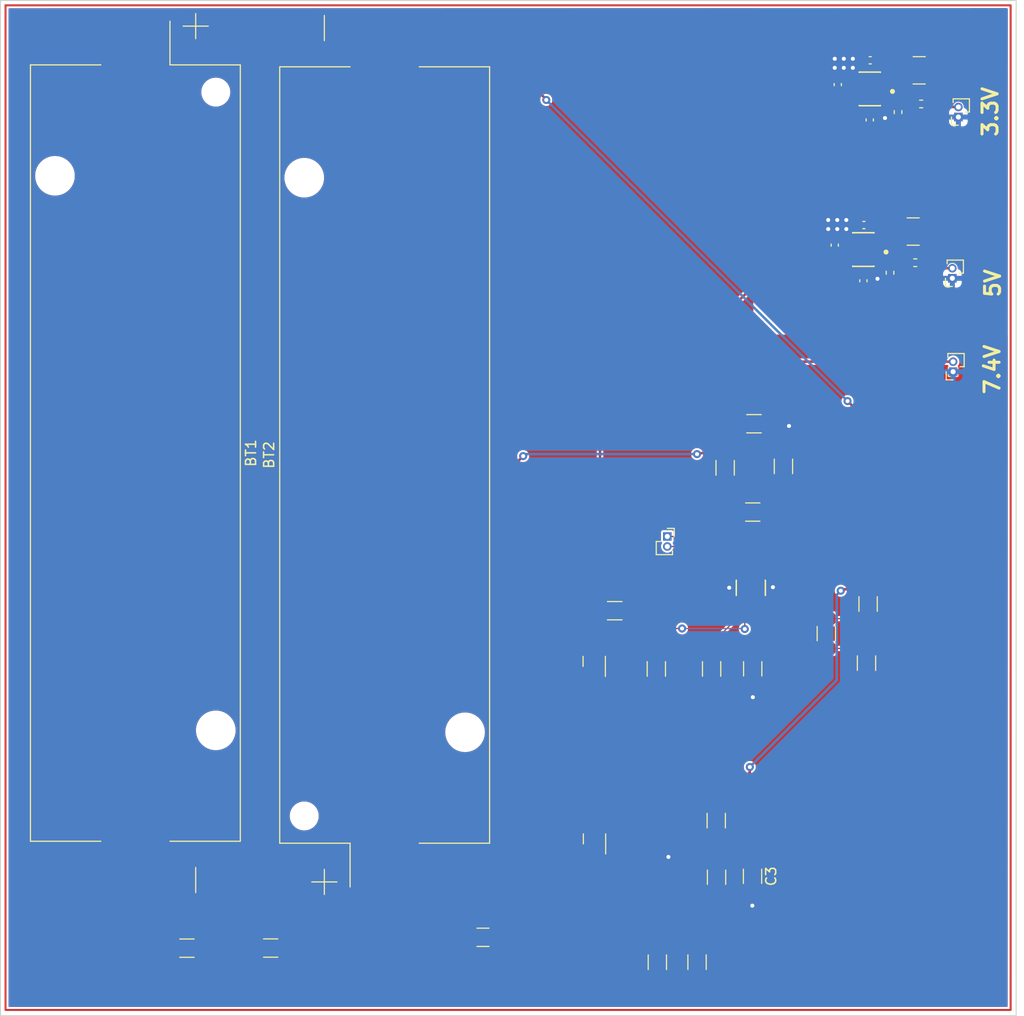
<source format=kicad_pcb>
(kicad_pcb (version 20221018) (generator pcbnew)
  (layers (0 "F.Cu" signal) (31 "B.Cu" signal) (34 "B.Paste" user) (35 "F.Paste" user) (36 "B.SilkS" user "B.Silkscreen") (37 "F.SilkS" user "F.Silkscreen") (38 "B.Mask" user) (39 "F.Mask" user) (44 "Edge.Cuts" user))
  (net 0 "")
  (net 1 "/B2+")
  (net 2 "/B1+")
  (net 3 "GND")
  (net 4 "Net-(U2-V2)")
  (net 5 "Net-(U2-V1)")
  (net 6 "/SRP")
  (net 7 "/SRN")
  (net 8 "Net-(U4-VC1)")
  (net 9 "Net-(U4-VC2)")
  (net 10 "Net-(U4-PBI)")
  (net 11 "/PACK+")
  (net 12 "/3.3V")
  (net 13 "/5V")
  (net 14 "Net-(U2-VDD)")
  (net 15 "/BATT-")
  (net 16 "/DSG")
  (net 17 "Net-(U4-PACK)")
  (net 18 "/OUT")
  (net 19 "/BATT+")
  (net 24 "/V_Regulation/SS_TR_3V3")
  (net 25 "/V_Regulation/SS_TR_5V")
  (net 28 "Net-(C12-Pad2)")
  (net 29 "Net-(U1-D)")
  (net 30 "Net-(U3-G)")
  (net 32 "/Fuel_SCL")
  (net 33 "/Fuel_SDA")
  (net 34 "/V_Regulation/SW_3V3")
  (net 35 "/V_Regulation/SW_5V")
  (net 36 "/V_Regulation/FB_VSET_3V3")
  (net 37 "/V_Regulation/FB_VSET_5V")
  (footprint "Resistor_SMD:R_1206_3216Metric" (layer "F.Cu") (at 162.66 122.96 -90)
    (fp_text reference "R11" hide)
    (fp_text value "5")
    (pad "1" smd roundrect (at -1.4625 0 270) (size 1.125 1.75) (layers "F.Cu" "F.Paste" "F.Mask") (roundrect_rratio 0.2222222222) (net 9 "Net-(U4-VC2)"))
    (pad "2" smd roundrect (at 1.4625 0 270) (size 1.125 1.75) (layers "F.Cu" "F.Paste" "F.Mask") (roundrect_rratio 0.2222222222) (net 1 "/B2+"))
  )
  (footprint "Capacitor_SMD:C_0402_1005Metric" (layer "F.Cu") (at 163.03 62.95 180)
    (fp_text reference "C10" hide)
    (fp_text value "22u")
    (pad "1" smd roundrect (at -0.48 0 180) (size 0.56 0.62) (layers "F.Cu" "F.Paste" "F.Mask") (net 12 "/3.3V"))
    (pad "2" smd roundrect (at 0.48 0 180) (size 0.56 0.62) (layers "F.Cu" "F.Paste" "F.Mask") (net 3 "GND"))
  )
  (footprint "Capacitor_SMD:C_0402_1005Metric" (layer "F.Cu") (at 162.4 79.35 180)
    (fp_text reference "C11" hide)
    (fp_text value "22u")
    (pad "1" smd roundrect (at -0.48 0 180) (size 0.56 0.62) (layers "F.Cu" "F.Paste" "F.Mask") (net 13 "/5V"))
    (pad "2" smd roundrect (at 0.48 0 180) (size 0.56 0.62) (layers "F.Cu" "F.Paste" "F.Mask") (net 3 "GND"))
  )
  (footprint "Connector_PinSocket_1.00mm:PinSocket_1x02_P1.00mm_Vertical" (layer "F.Cu") (at 171.2 84.65 180)
    (fp_text reference "J2" hide)
    (fp_text value "Conn_01x02_Pin")
    (pad "1" thru_hole rect (at 0 0 180) (size 0.85 0.85) (drill 0.5) (layers "*.Cu" "*.Mask") (net 3 "GND"))
    (pad "2" thru_hole oval (at 0 1 180) (size 0.85 0.85) (drill 0.5) (layers "*.Cu" "*.Mask") (net 13 "/5V"))
  )
  (footprint "Resistor_SMD:R_1206_3216Metric" (layer "F.Cu") (at 137.61 117.74 180)
    (fp_text reference "R9" hide)
    (fp_text value "10")
    (pad "1" smd roundrect (at -1.4625 0 180) (size 1.125 1.75) (layers "F.Cu" "F.Paste" "F.Mask") (roundrect_rratio 0.2222222222) (net 17 "Net-(U4-PACK)"))
    (pad "2" smd roundrect (at 1.4625 0 180) (size 1.125 1.75) (layers "F.Cu" "F.Paste" "F.Mask") (roundrect_rratio 0.2222222222) (net 11 "/PACK+"))
  )
  (footprint "Capacitor_SMD:C_0402_1005Metric" (layer "F.Cu") (at 159.5 81.35 90)
    (fp_text reference "C7" hide)
    (fp_text value "22u")
    (pad "1" smd roundrect (at -0.48 0 90) (size 0.56 0.62) (layers "F.Cu" "F.Paste" "F.Mask") (net 11 "/PACK+"))
    (pad "2" smd roundrect (at 0.48 0 90) (size 0.56 0.62) (layers "F.Cu" "F.Paste" "F.Mask") (net 3 "GND"))
  )
  (footprint "Capacitor_SMD:C_1206_3216Metric" (layer "F.Cu") (at 151.34 123.525 -90)
    (fp_text reference "C5" hide)
    (fp_text value "2.2u")
    (pad "1" smd roundrect (at -1.475 0 270) (size 1.15 1.8) (layers "F.Cu" "F.Paste" "F.Mask") (roundrect_rratio 0.2173913043) (net 10 "Net-(U4-PBI)"))
    (pad "2" smd roundrect (at 1.475 0 270) (size 1.15 1.8) (layers "F.Cu" "F.Paste" "F.Mask") (roundrect_rratio 0.2173913043) (net 3 "GND"))
  )
  (footprint "Resistor_SMD:R_1206_3216Metric" (layer "F.Cu") (at 141.75 123.5375 90)
    (fp_text reference "R7" hide)
    (fp_text value "10M")
    (pad "1" smd roundrect (at -1.4625 0 90) (size 1.125 1.75) (layers "F.Cu" "F.Paste" "F.Mask") (roundrect_rratio 0.2222222222) (net 30 "Net-(U3-G)"))
    (pad "2" smd roundrect (at 1.4625 0 90) (size 1.125 1.75) (layers "F.Cu" "F.Paste" "F.Mask") (roundrect_rratio 0.2222222222) (net 11 "/PACK+"))
  )
  (footprint "PowerBoardLibrary:DSG8_TEX" (layer "F.Cu") (at 142.620849 144.770849 90)
    (fp_text reference "U2" hide)
    (fp_text value "BQ296202DSGR")
    (fp_poly (pts (xy -0.5207 -0.8509) (xy 0.4953 -0.8509) (xy 0.4953 0) (xy -0.5207 0)) (fill solid) (layer "F.Cu"))
    (fp_poly (pts (xy -0.5207 0.8509) (xy 0.4953 0.8509) (xy 0.4953 0) (xy -0.5207 0)) (fill solid) (layer "F.Cu"))
    (pad "1" smd rect (at -1.0033 -0.750001 90) (size 0.7112 0.254) (layers "F.Cu" "F.Paste" "F.Mask") (net 14 "Net-(U2-VDD)"))
    (pad "2" smd rect (at -1.0033 -0.25 90) (size 0.7112 0.254) (layers "F.Cu" "F.Paste" "F.Mask"))
    (pad "3" smd rect (at -1.0033 0.25 90) (size 0.7112 0.254) (layers "F.Cu" "F.Paste" "F.Mask"))
    (pad "4" smd rect (at -1.0033 0.750001 90) (size 0.7112 0.254) (layers "F.Cu" "F.Paste" "F.Mask") (net 4 "Net-(U2-V2)"))
    (pad "5" smd rect (at 1.0033 0.750001 90) (size 0.7112 0.254) (layers "F.Cu" "F.Paste" "F.Mask") (net 5 "Net-(U2-V1)"))
    (pad "6" smd rect (at 1.0033 0.25 90) (size 0.7112 0.254) (layers "F.Cu" "F.Paste" "F.Mask") (net 3 "GND"))
    (pad "7" smd rect (at 1.0033 -0.25 90) (size 0.7112 0.254) (layers "F.Cu" "F.Paste" "F.Mask") (net 18 "/OUT"))
    (pad "8" smd rect (at 1.0033 -0.750001 90) (size 0.7112 0.254) (layers "F.Cu" "F.Paste" "F.Mask"))
  )
  (footprint "Connector_PinSocket_1.00mm:PinSocket_1x02_P1.00mm_Vertical" (layer "F.Cu") (at 171.8 68.6 180)
    (fp_text reference "J1" hide)
    (fp_text value "Conn_01x02_Pin")
    (pad "1" thru_hole rect (at 0 0 180) (size 0.85 0.85) (drill 0.5) (layers "*.Cu" "*.Mask") (net 3 "GND"))
    (pad "2" thru_hole oval (at 0 1 180) (size 0.85 0.85) (drill 0.5) (layers "*.Cu" "*.Mask") (net 12 "/3.3V"))
  )
  (footprint "Connector_PinSocket_1.00mm:PinSocket_1x02_P1.00mm_Vertical" (layer "F.Cu") (at 142.84 110.35)
    (fp_text reference "J4" hide)
    (fp_text value "Conn_01x02_Pin")
    (pad "1" thru_hole rect (at 0 0) (size 0.85 0.85) (drill 0.5) (layers "*.Cu" "*.Mask") (net 32 "/Fuel_SCL"))
    (pad "2" thru_hole oval (at 0 1) (size 0.85 0.85) (drill 0.5) (layers "*.Cu" "*.Mask") (net 33 "/Fuel_SDA"))
  )
  (footprint "Capacitor_SMD:C_0402_1005Metric" (layer "F.Cu") (at 159.8 65.37 90)
    (fp_text reference "C6" hide)
    (fp_text value "22u")
    (pad "1" smd roundrect (at -0.48 0 90) (size 0.56 0.62) (layers "F.Cu" "F.Paste" "F.Mask") (net 11 "/PACK+"))
    (pad "2" smd roundrect (at 0.48 0 90) (size 0.56 0.62) (layers "F.Cu" "F.Paste" "F.Mask") (net 3 "GND"))
  )
  (footprint "Resistor_SMD:R_0402_1005Metric" (layer "F.Cu") (at 165 84.1 -90)
    (fp_text reference "R15" hide)
    (fp_text value "24.9k")
    (pad "1" smd roundrect (at -0.51 0 270) (size 0.54 0.64) (layers "F.Cu" "F.Paste" "F.Mask") (net 37 "/V_Regulation/FB_VSET_5V"))
    (pad "2" smd roundrect (at 0.51 0 270) (size 0.54 0.64) (layers "F.Cu" "F.Paste" "F.Mask") (net 3 "GND"))
  )
  (footprint "PowerBoardLibrary:RYT0009A-MFG" (layer "F.Cu") (at 162.3475 81.790001 180)
    (fp_text reference "U6" hide)
    (fp_text value "TPS62993QRYTRQ1" hide)
    (fp_poly (pts (xy -1.2 -0.825) (xy -1.15 -0.875) (xy -0.675 -0.875) (xy -0.625 -0.924999) (xy -0.625 -1.224999) (xy -0.575 -1.275001) (xy -0.425 -1.275001) (xy -0.374998 -1.224999) (xy -0.375001 -0.675) (xy -0.425 -0.625) (xy -1.15 -0.625) (xy -1.2 -0.675)) (fill solid) (layer "F.Cu"))
    (fp_poly (pts (xy 1.2 -0.825) (xy 1.15 -0.875) (xy 0.675 -0.875) (xy 0.625 -0.924999) (xy 0.625 -1.224999) (xy 0.575 -1.275001) (xy 0.425 -1.275001) (xy 0.375001 -1.224999) (xy 0.375001 -0.675) (xy 0.425 -0.625) (xy 1.15 -0.625) (xy 1.2 -0.675)) (fill solid) (layer "F.Cu"))
    (fp_poly (pts (xy -1.2 0.825) (xy -1.15 0.875) (xy -0.675 0.875) (xy -0.625 0.924999) (xy -0.625 1.224999) (xy -0.575 1.275001) (xy -0.425 1.274999) (xy -0.375001 1.224999) (xy -0.375001 0.911603) (xy -0.349999 0.868302) (xy -0.325001 0.825) (xy -0.325001 0.675) (xy -0.375001 0.625) (xy -1.15 0.625) (xy -1.2 0.675)) (fill solid) (layer "F.Cu"))
    (fp_poly (pts (xy 1.2 0.825) (xy 1.15 0.875) (xy 0.675 0.875) (xy 0.625 0.924999) (xy 0.625 1.224999) (xy 0.575 1.275001) (xy 0.425 1.274999) (xy 0.374998 1.224999) (xy 0.375001 0.911603) (xy 0.349999 0.868302) (xy 0.325001 0.825) (xy 0.325001 0.675) (xy 0.375001 0.625) (xy 1.15 0.625) (xy 1.2 0.675)) (fill solid) (layer "F.Cu"))
    (pad "1" smd rect (at -0.9525 -0.247498 180) (size 1.255 0.254996) (layers "F.Cu" "F.Paste" "F.Mask"))
    (pad "2" smd rect (at -0.9525 0.2575 180) (size 1.255 0.264999) (layers "F.Cu" "F.Paste" "F.Mask") (net 35 "/V_Regulation/SW_5V"))
    (pad "3" smd rect (at -1.127499 0.7475 270) (size 0.255 0.904998) (layers "F.Cu" "F.Paste" "F.Mask") (net 13 "/5V"))
    (pad "3" smd rect (at -0.505 1.148593 180) (size 0.27 0.882814) (layers "F.Cu" "F.Paste" "F.Mask") (net 13 "/5V"))
    (pad "4" smd rect (at 0.5 1.119231 180) (size 0.26 0.941538) (layers "F.Cu" "F.Paste" "F.Mask") (net 3 "GND"))
    (pad "4" smd rect (at 1.057499 0.7475 270) (size 0.254999 0.764998) (layers "F.Cu" "F.Paste" "F.Mask") (net 3 "GND"))
    (pad "5" smd rect (at 0.8775 0.25 180) (size 1.105 0.249998) (layers "F.Cu" "F.Paste" "F.Mask") (net 11 "/PACK+"))
    (pad "6" smd rect (at 0.8775 -0.257499 180) (size 1.105 0.234998) (layers "F.Cu" "F.Paste" "F.Mask") (net 11 "/PACK+"))
    (pad "7" smd rect (at 0.494999 -1.269999 270) (size 0.639998 0.269998) (layers "F.Cu" "F.Paste" "F.Mask") (net 3 "GND"))
    (pad "7" smd rect (at 0.935 -0.745 180) (size 0.99 0.27) (layers "F.Cu" "F.Paste" "F.Mask") (net 3 "GND"))
    (pad "8" smd rect (at 0.0075 -1.1075 180) (size 0.264999 0.964999) (layers "F.Cu" "F.Paste" "F.Mask") (net 25 "/V_Regulation/SS_TR_5V"))
    (pad "9" smd rect (at -1.155 -0.745 180) (size 0.85 0.27) (layers "F.Cu" "F.Paste" "F.Mask") (net 37 "/V_Regulation/FB_VSET_5V"))
    (pad "9" smd rect (at -0.502499 -1.1325 270) (size 0.915 0.254996) (layers "F.Cu" "F.Paste" "F.Mask") (net 37 "/V_Regulation/FB_VSET_5V"))
  )
  (footprint "Capacitor_SMD:C_1206_3216Metric" (layer "F.Cu") (at 158.66 120.02 -90)
    (fp_text reference "C4" hide)
    (fp_text value "2.2u")
    (pad "1" smd roundrect (at -1.475 0 270) (size 1.15 1.8) (layers "F.Cu" "F.Paste" "F.Mask") (roundrect_rratio 0.2173913043) (net 8 "Net-(U4-VC1)"))
    (pad "2" smd roundrect (at 1.475 0 270) (size 1.15 1.8) (layers "F.Cu" "F.Paste" "F.Mask") (roundrect_rratio 0.2173913043) (net 9 "Net-(U4-VC2)"))
  )
  (footprint "Resistor_SMD:R_0402_1005Metric" (layer "F.Cu") (at 168.1 67.3 180)
    (fp_text reference "R12" hide)
    (fp_text value "113k")
    (pad "1" smd roundrect (at -0.51 0 180) (size 0.54 0.64) (layers "F.Cu" "F.Paste" "F.Mask") (net 12 "/3.3V"))
    (pad "2" smd roundrect (at 0.51 0 180) (size 0.54 0.64) (layers "F.Cu" "F.Paste" "F.Mask") (net 36 "/V_Regulation/FB_VSET_3V3"))
  )
  (footprint "Capacitor_SMD:C_1206_3216Metric" (layer "F.Cu") (at 147.740849 144.270849 90)
    (fp_text reference "C1" hide)
    (fp_text value "0.1u")
    (pad "1" smd roundrect (at -1.475 0 90) (size 1.15 1.8) (layers "F.Cu" "F.Paste" "F.Mask") (roundrect_rratio 0.2173913043) (net 4 "Net-(U2-V2)"))
    (pad "2" smd roundrect (at 1.475 0 90) (size 1.15 1.8) (layers "F.Cu" "F.Paste" "F.Mask") (roundrect_rratio 0.2173913043) (net 5 "Net-(U2-V1)"))
  )
  (footprint "Capacitor_SMD:C_1206_3216Metric" (layer "F.Cu") (at 95.05 151.33)
    (fp_text reference "C12" hide)
    (fp_text value "0.1u")
    (pad "1" smd roundrect (at -1.475 0) (size 1.15 1.8) (layers "F.Cu" "F.Paste" "F.Mask") (roundrect_rratio 0.2173913043) (net 15 "/BATT-"))
    (pad "2" smd roundrect (at 1.475 0) (size 1.15 1.8) (layers "F.Cu" "F.Paste" "F.Mask") (roundrect_rratio 0.2173913043) (net 28 "Net-(C12-Pad2)"))
  )
  (footprint "Resistor_SMD:R_1206_3216Metric" (layer "F.Cu") (at 147.25 123.5375 -90)
    (fp_text reference "R6" hide)
    (fp_text value "5.1k")
    (pad "1" smd roundrect (at -1.4625 0 270) (size 1.125 1.75) (layers "F.Cu" "F.Paste" "F.Mask") (roundrect_rratio 0.2222222222) (net 16 "/DSG"))
    (pad "2" smd roundrect (at 1.4625 0 270) (size 1.125 1.75) (layers "F.Cu" "F.Paste" "F.Mask") (roundrect_rratio 0.2222222222) (net 30 "Net-(U3-G)"))
  )
  (footprint "Capacitor_SMD:C_1206_3216Metric" (layer "F.Cu") (at 103.38 151.32 180)
    (fp_text reference "C13" hide)
    (fp_text value "0.1u")
    (pad "1" smd roundrect (at -1.475 0 180) (size 1.15 1.8) (layers "F.Cu" "F.Paste" "F.Mask") (roundrect_rratio 0.2173913043) (net 1 "/B2+"))
    (pad "2" smd roundrect (at 1.475 0 180) (size 1.15 1.8) (layers "F.Cu" "F.Paste" "F.Mask") (roundrect_rratio 0.2173913043) (net 28 "Net-(C12-Pad2)"))
  )
  (footprint "PowerBoardLibrary:RYT0009A-MFG" (layer "F.Cu") (at 162.9875 65.8 180)
    (fp_text reference "U5" hide)
    (fp_text value "TPS62993QRYTRQ1" hide)
    (fp_poly (pts (xy -1.2 -0.825) (xy -1.15 -0.875) (xy -0.675 -0.875) (xy -0.625 -0.924999) (xy -0.625 -1.224999) (xy -0.575 -1.275001) (xy -0.425 -1.275001) (xy -0.374998 -1.224999) (xy -0.375001 -0.675) (xy -0.425 -0.625) (xy -1.15 -0.625) (xy -1.2 -0.675)) (fill solid) (layer "F.Cu"))
    (fp_poly (pts (xy 1.2 -0.825) (xy 1.15 -0.875) (xy 0.675 -0.875) (xy 0.625 -0.924999) (xy 0.625 -1.224999) (xy 0.575 -1.275001) (xy 0.425 -1.275001) (xy 0.375001 -1.224999) (xy 0.375001 -0.675) (xy 0.425 -0.625) (xy 1.15 -0.625) (xy 1.2 -0.675)) (fill solid) (layer "F.Cu"))
    (fp_poly (pts (xy -1.2 0.825) (xy -1.15 0.875) (xy -0.675 0.875) (xy -0.625 0.924999) (xy -0.625 1.224999) (xy -0.575 1.275001) (xy -0.425 1.274999) (xy -0.375001 1.224999) (xy -0.375001 0.911603) (xy -0.349999 0.868302) (xy -0.325001 0.825) (xy -0.325001 0.675) (xy -0.375001 0.625) (xy -1.15 0.625) (xy -1.2 0.675)) (fill solid) (layer "F.Cu"))
    (fp_poly (pts (xy 1.2 0.825) (xy 1.15 0.875) (xy 0.675 0.875) (xy 0.625 0.924999) (xy 0.625 1.224999) (xy 0.575 1.275001) (xy 0.425 1.274999) (xy 0.374998 1.224999) (xy 0.375001 0.911603) (xy 0.349999 0.868302) (xy 0.325001 0.825) (xy 0.325001 0.675) (xy 0.375001 0.625) (xy 1.15 0.625) (xy 1.2 0.675)) (fill solid) (layer "F.Cu"))
    (pad "1" smd rect (at -0.9525 -0.247498 180) (size 1.255 0.254996) (layers "F.Cu" "F.Paste" "F.Mask"))
    (pad "2" smd rect (at -0.9525 0.2575 180) (size 1.255 0.264999) (layers "F.Cu" "F.Paste" "F.Mask") (net 34 "/V_Regulation/SW_3V3"))
    (pad "3" smd rect (at -1.127499 0.7475 270) (size 0.255 0.904998) (layers "F.Cu" "F.Paste" "F.Mask") (net 12 "/3.3V"))
    (pad "3" smd rect (at -0.505 1.148593 180) (size 0.27 0.882814) (layers "F.Cu" "F.Paste" "F.Mask") (net 12 "/3.3V"))
    (pad "4" smd rect (at 0.5 1.119231 180) (size 0.26 0.941538) (layers "F.Cu" "F.Paste" "F.Mask") (net 3 "GND"))
    (pad "4" smd rect (at 1.057499 0.7475 270) (size 0.254999 0.764998) (layers "F.Cu" "F.Paste" "F.Mask") (net 3 "GND"))
    (pad "5" smd rect (at 0.8775 0.25 180) (size 1.105 0.249998) (layers "F.Cu" "F.Paste" "F.Mask") (net 11 "/PACK+"))
    (pad "6" smd rect (at 0.8775 -0.257499 180) (size 1.105 0.234998) (layers "F.Cu" "F.Paste" "F.Mask") (net 11 "/PACK+"))
    (pad "7" smd rect (at 0.494999 -1.269999 270) (size 0.639998 0.269998) (layers "F.Cu" "F.Paste" "F.Mask") (net 3 "GND"))
    (pad "7" smd rect (at 0.935 -0.745 180) (size 0.99 0.27) (layers "F.Cu" "F.Paste" "F.Mask") (net 3 "GND"))
    (pad "8" smd rect (at 0.0075 -1.1075 180) (size 0.264999 0.964999) (layers "F.Cu" "F.Paste" "F.Mask") (net 24 "/V_Regulation/SS_TR_3V3"))
    (pad "9" smd rect (at -1.155 -0.745 180) (size 0.85 0.27) (layers "F.Cu" "F.Paste" "F.Mask") (net 36 "/V_Regulation/FB_VSET_3V3"))
    (pad "9" smd rect (at -0.502499 -1.1325 270) (size 0.915 0.254996) (layers "F.Cu" "F.Paste" "F.Mask") (net 36 "/V_Regulation/FB_VSET_3V3"))
  )
  (footprint "Capacitor_SMD:C_0402_1005Metric" (layer "F.Cu") (at 162.35 84.9 -90)
    (fp_text reference "C9" hide)
    (fp_text value "22u")
    (pad "1" smd roundrect (at -0.48 0 270) (size 0.56 0.62) (layers "F.Cu" "F.Paste" "F.Mask") (net 25 "/V_Regulation/SS_TR_5V"))
    (pad "2" smd roundrect (at 0.48 0 270) (size 0.56 0.62) (layers "F.Cu" "F.Paste" "F.Mask") (net 3 "GND"))
  )
  (footprint "Capacitor_SMD:C_0402_1005Metric" (layer "F.Cu") (at 162.98 68.89 -90)
    (fp_text reference "C8" hide)
    (fp_text value "22u")
    (pad "1" smd roundrect (at -0.48 0 270) (size 0.56 0.62) (layers "F.Cu" "F.Paste" "F.Mask") (net 24 "/V_Regulation/SS_TR_3V3"))
    (pad "2" smd roundrect (at 0.48 0 270) (size 0.56 0.62) (layers "F.Cu" "F.Paste" "F.Mask") (net 3 "GND"))
  )
  (footprint "Capacitor_SMD:C_1206_3216Metric" (layer "F.Cu") (at 151.345 107.92)
    (fp_text reference "C2" hide)
    (fp_text value "0.1u")
    (pad "1" smd roundrect (at -1.475 0) (size 1.15 1.8) (layers "F.Cu" "F.Paste" "F.Mask") (roundrect_rratio 0.2173913043) (net 6 "/SRP"))
    (pad "2" smd roundrect (at 1.475 0) (size 1.15 1.8) (layers "F.Cu" "F.Paste" "F.Mask") (roundrect_rratio 0.2173913043) (net 7 "/SRN"))
  )
  (footprint "Battery:BatteryHolder_Keystone_1042_1x18650" (layer "F.Cu") (at 89.92 102.05 -90)
    (fp_text reference "BT1" (at 0 -11.5 90) (layer "F.SilkS"))
    (fp_text value "Battery_Cell")
    (pad "" np_thru_hole circle (at -35.93 -8 270) (size 2.39 2.39) (drill 2.39) (layers "*.Cu" "*.Mask"))
    (pad "" np_thru_hole circle (at -27.6 8 270) (size 3.45 3.45) (drill 3.45) (layers "*.Cu" "*.Mask"))
    (pad "" np_thru_hole circle (at 27.6 -8 270) (size 3.45 3.45) (drill 3.45) (layers "*.Cu" "*.Mask"))
    (pad "1" smd rect (at -39.33 0 270) (size 7.34 6.35) (layers "F.Cu" "F.Paste" "F.Mask") (net 2 "/B1+"))
    (pad "2" smd rect (at 39.33 0 270) (size 7.34 6.35) (layers "F.Cu" "F.Paste" "F.Mask") (net 15 "/BATT-"))
  )
  (footprint "Inductor_SMD:L_1210_3225Metric" (layer "F.Cu") (at 167.9 63.95 180)
    (fp_text reference "L1" hide)
    (fp_text value "2.2u")
    (pad "1" smd roundrect (at -1.4 0 180) (size 1.25 2.65) (layers "F.Cu" "F.Paste" "F.Mask") (roundrect_rratio 0.2) (net 12 "/3.3V"))
    (pad "2" smd roundrect (at 1.4 0 180) (size 1.25 2.65) (layers "F.Cu" "F.Paste" "F.Mask") (roundrect_rratio 0.2) (net 34 "/V_Regulation/SW_3V3"))
  )
  (footprint "Inductor_SMD:L_1210_3225Metric" (layer "F.Cu") (at 167.3 80 180)
    (fp_text reference "L2" hide)
    (fp_text value "2.2u")
    (pad "1" smd roundrect (at -1.4 0 180) (size 1.25 2.65) (layers "F.Cu" "F.Paste" "F.Mask") (roundrect_rratio 0.2) (net 13 "/5V"))
    (pad "2" smd roundrect (at 1.4 0 180) (size 1.25 2.65) (layers "F.Cu" "F.Paste" "F.Mask") (roundrect_rratio 0.2) (net 35 "/V_Regulation/SW_5V"))
  )
  (footprint "Resistor_SMD:R_1206_3216Metric" (layer "F.Cu") (at 148.595 103.52 90)
    (fp_text reference "R3" hide)
    (fp_text value "100")
    (pad "1" smd roundrect (at -1.4625 0 90) (size 1.125 1.75) (layers "F.Cu" "F.Paste" "F.Mask") (roundrect_rratio 0.2222222222) (net 6 "/SRP"))
    (pad "2" smd roundrect (at 1.4625 0 90) (size 1.125 1.75) (layers "F.Cu" "F.Paste" "F.Mask") (roundrect_rratio 0.2222222222) (net 15 "/BATT-"))
  )
  (footprint "Resistor_SMD:R_1206_3216Metric" (layer "F.Cu") (at 154.395 103.37 90)
    (fp_text reference "R5" hide)
    (fp_text value "100")
    (pad "1" smd roundrect (at -1.4625 0 90) (size 1.125 1.75) (layers "F.Cu" "F.Paste" "F.Mask") (roundrect_rratio 0.2222222222) (net 7 "/SRN"))
    (pad "2" smd roundrect (at 1.4625 0 90) (size 1.125 1.75) (layers "F.Cu" "F.Paste" "F.Mask") (roundrect_rratio 0.2222222222) (net 3 "GND"))
  )
  (footprint "Package_DFN_QFN:DFN-6-1EP_2x2mm_P0.5mm_EP0.6x1.37mm" (layer "F.Cu") (at 135.600849 140.950849 90)
    (fp_text reference "U1" hide)
    (fp_text value "DMN3020UFDF" hide)
    (pad "1" smd roundrect (at -0.9375 -0.5 90) (size 0.875 0.25) (layers "F.Cu" "F.Paste" "F.Mask") (net 29 "Net-(U1-D)"))
    (pad "2" smd roundrect (at -0.9375 0 90) (size 0.875 0.25) (layers "F.Cu" "F.Paste" "F.Mask"))
    (pad "3" smd roundrect (at -0.9375 0.5 90) (size 0.875 0.25) (layers "F.Cu" "F.Paste" "F.Mask") (net 18 "/OUT"))
    (pad "4" smd roundrect (at 0.9375 0.5 90) (size 0.875 0.25) (layers "F.Cu" "F.Paste" "F.Mask") (net 19 "/BATT+"))
    (pad "5" smd roundrect (at 0.9375 0 90) (size 0.875 0.25) (layers "F.Cu" "F.Paste" "F.Mask"))
    (pad "6" smd roundrect (at 0.9375 -0.5 90) (size 0.875 0.25) (layers "F.Cu" "F.Paste" "F.Mask"))
    (pad "7" smd rect (at 0 0 90) (size 0.6 1.37) (layers "F.Cu" "F.Mask"))
  )
  (footprint "Capacitor_SMD:C_1206_3216Metric" (layer "F.Cu") (at 151.320849 144.175849 -90)
    (fp_text reference "C3" (at 0 -1.85 90) (layer "F.SilkS"))
    (fp_text value "0.1u")
    (pad "1" smd roundrect (at -1.475 0 270) (size 1.15 1.8) (layers "F.Cu" "F.Paste" "F.Mask") (roundrect_rratio 0.2173913043) (net 5 "Net-(U2-V1)"))
    (pad "2" smd roundrect (at 1.475 0 270) (size 1.15 1.8) (layers "F.Cu" "F.Paste" "F.Mask") (roundrect_rratio 0.2173913043) (net 3 "GND"))
  )
  (footprint "Resistor_SMD:R_1206_3216Metric" (layer "F.Cu") (at 151.465 99.13)
    (fp_text reference "R4" hide)
    (fp_text value "10m")
    (pad "1" smd roundrect (at -1.4625 0) (size 1.125 1.75) (layers "F.Cu" "F.Paste" "F.Mask") (roundrect_rratio 0.2222222222) (net 15 "/BATT-"))
    (pad "2" smd roundrect (at 1.4625 0) (size 1.125 1.75) (layers "F.Cu" "F.Paste" "F.Mask") (roundrect_rratio 0.2222222222) (net 3 "GND"))
  )
  (footprint "Connector_PinSocket_1.00mm:PinSocket_1x02_P1.00mm_Vertical" (layer "F.Cu") (at 171.275 93.95 180)
    (fp_text reference "J3" hide)
    (fp_text value "Conn_01x02_Pin")
    (pad "1" thru_hole rect (at 0 0 180) (size 0.85 0.85) (drill 0.5) (layers "*.Cu" "*.Mask") (net 3 "GND"))
    (pad "2" thru_hole oval (at 0 1 180) (size 0.85 0.85) (drill 0.5) (layers "*.Cu" "*.Mask") (net 11 "/PACK+"))
  )
  (footprint "Resistor_SMD:R_1206_3216Metric" (layer "F.Cu") (at 162.82 117.07 90)
    (fp_text reference "R10" hide)
    (fp_text value "100")
    (pad "1" smd roundrect (at -1.4625 0 90) (size 1.125 1.75) (layers "F.Cu" "F.Paste" "F.Mask") (roundrect_rratio 0.2222222222) (net 8 "Net-(U4-VC1)"))
    (pad "2" smd roundrect (at 1.4625 0 90) (size 1.125 1.75) (layers "F.Cu" "F.Paste" "F.Mask") (roundrect_rratio 0.2222222222) (net 2 "/B1+"))
  )
  (footprint "Fuse:Fuse_1206_3216Metric" (layer "F.Cu") (at 124.5 150.25)
    (fp_text reference "F1" hide)
    (fp_text value "Fuse" hide)
    (pad "1" smd roundrect (at -1.4 0) (size 1.25 1.75) (layers "F.Cu" "F.Paste" "F.Mask") (roundrect_rratio 0.2) (net 1 "/B2+"))
    (pad "2" smd roundrect (at 1.4 0) (size 1.25 1.75) (layers "F.Cu" "F.Paste" "F.Mask") (roundrect_rratio 0.2) (net 29 "Net-(U1-D)"))
  )
  (footprint "PowerBoardLibrary:VSON12_DRZ_TEX" (layer "F.Cu") (at 151.15 115.4585 -90)
    (fp_text reference "U4" hide)
    (fp_text value "BQ28Z620DRZR")
    (fp_poly (pts (xy -1.27 -1.0287) (xy -1.27 -1.3335) (xy -1.0668 -1.3335) (xy -1.0668 -1.0287)) (fill solid) (layer "F.Cu"))
    (fp_poly (pts (xy -1.27 1.0287) (xy -1.27 1.3335) (xy -1.0668 1.3335) (xy -1.0668 1.0287)) (fill solid) (layer "F.Cu"))
    (fp_poly (pts (xy 1.27 -1.0287) (xy 1.27 -1.3335) (xy 1.0668 -1.3335) (xy 1.0668 -1.0287)) (fill solid) (layer "F.Cu"))
    (fp_poly (pts (xy 1.27 1.0287) (xy 1.27 1.3335) (xy 1.0668 1.3335) (xy 1.0668 1.0287)) (fill solid) (layer "F.Cu"))
    (pad "1" smd rect (at -1.9685 -1.000001 270) (size 0.8128 0.254) (layers "F.Cu" "F.Paste" "F.Mask") (net 3 "GND"))
    (pad "2" smd rect (at -1.9685 -0.599999 270) (size 0.8128 0.254) (layers "F.Cu" "F.Paste" "F.Mask") (net 7 "/SRN"))
    (pad "3" smd rect (at -1.9685 -0.2 270) (size 0.8128 0.254) (layers "F.Cu" "F.Paste" "F.Mask") (net 6 "/SRP"))
    (pad "4" smd rect (at -1.9685 0.2 270) (size 0.8128 0.254) (layers "F.Cu" "F.Paste" "F.Mask"))
    (pad "5" smd rect (at -1.9685 0.599999 270) (size 0.8128 0.254) (layers "F.Cu" "F.Paste" "F.Mask") (net 32 "/Fuel_SCL"))
    (pad "6" smd rect (at -1.9685 1.000001 270) (size 0.8128 0.254) (layers "F.Cu" "F.Paste" "F.Mask") (net 33 "/Fuel_SDA"))
    (pad "7" smd rect (at 1.9685 1.000001 270) (size 0.8128 0.254) (layers "F.Cu" "F.Paste" "F.Mask") (net 16 "/DSG"))
    (pad "8" smd rect (at 1.9685 0.599999 270) (size 0.8128 0.254) (layers "F.Cu" "F.Paste" "F.Mask") (net 17 "Net-(U4-PACK)"))
    (pad "9" smd rect (at 1.9685 0.2 270) (size 0.8128 0.254) (layers "F.Cu" "F.Paste" "F.Mask"))
    (pad "10" smd rect (at 1.9685 -0.2 270) (size 0.8128 0.254) (layers "F.Cu" "F.Paste" "F.Mask") (net 10 "Net-(U4-PBI)"))
    (pad "11" smd rect (at 1.9685 -0.599999 270) (size 0.8128 0.254) (layers "F.Cu" "F.Paste" "F.Mask") (net 9 "Net-(U4-VC2)"))
    (pad "12" smd rect (at 1.9685 -1.000001 270) (size 0.8128 0.254) (layers "F.Cu" "F.Paste" "F.Mask") (net 8 "Net-(U4-VC1)"))
    (pad "13" smd rect (at 0 0 270) (size 2.54 2.0574) (layers "F.Cu" "F.Paste" "F.Mask") (net 3 "GND"))
  )
  (footprint "Resistor_SMD:R_0402_1005Metric" (layer "F.Cu") (at 167.51 83.1 180)
    (fp_text reference "R14" hide)
    (fp_text value "182k")
    (pad "1" smd roundrect (at -0.51 0 180) (size 0.54 0.64) (layers "F.Cu" "F.Paste" "F.Mask") (net 13 "/5V"))
    (pad "2" smd roundrect (at 0.51 0 180) (size 0.54 0.64) (layers "F.Cu" "F.Paste" "F.Mask") (net 37 "/V_Regulation/FB_VSET_5V"))
  )
  (footprint "Resistor_SMD:R_0402_1005Metric" (layer "F.Cu") (at 165.8 68.11 -90)
    (fp_text reference "R13" hide)
    (fp_text value "24.9k")
    (pad "1" smd roundrect (at -0.51 0 270) (size 0.54 0.64) (layers "F.Cu" "F.Paste" "F.Mask") (net 36 "/V_Regulation/FB_VSET_3V3"))
    (pad "2" smd roundrect (at 0.51 0 270) (size 0.54 0.64) (layers "F.Cu" "F.Paste" "F.Mask") (net 3 "GND"))
  )
  (footprint "Package_DFN_QFN:DFN-6-1EP_2x2mm_P0.5mm_EP0.6x1.37mm" (layer "F.Cu") (at 135.57 123.2875 90)
    (fp_text reference "U3" hide)
    (fp_text value "DMN3020UFDF" hide)
    (pad "1" smd roundrect (at -0.9375 -0.5 90) (size 0.875 0.25) (layers "F.Cu" "F.Paste" "F.Mask") (net 19 "/BATT+"))
    (pad "2" smd roundrect (at -0.9375 0 90) (size 0.875 0.25) (layers "F.Cu" "F.Paste" "F.Mask"))
    (pad "3" smd roundrect (at -0.9375 0.5 90) (size 0.875 0.25) (layers "F.Cu" "F.Paste" "F.Mask") (net 30 "Net-(U3-G)"))
    (pad "4" smd roundrect (at 0.9375 0.5 90) (size 0.875 0.25) (layers "F.Cu" "F.Paste" "F.Mask") (net 11 "/PACK+"))
    (pad "5" smd roundrect (at 0.9375 0 90) (size 0.875 0.25) (layers "F.Cu" "F.Paste" "F.Mask"))
    (pad "6" smd roundrect (at 0.9375 -0.5 90) (size 0.875 0.25) (layers "F.Cu" "F.Paste" "F.Mask"))
    (pad "7" smd rect (at 0 0 90) (size 0.6 1.37) (layers "F.Cu" "F.Mask"))
  )
  (footprint "Battery:BatteryHolder_Keystone_1042_1x18650" (layer "F.Cu") (at 114.72 102.24 90)
    (fp_text reference "BT2" (at 0 -11.5 90) (layer "F.SilkS"))
    (fp_text value "Battery_Cell")
    (pad "" np_thru_hole circle (at -35.93 -8 90) (size 2.39 2.39) (drill 2.39) (layers "*.Cu" "*.Mask"))
    (pad "" np_thru_hole circle (at -27.6 8 90) (size 3.45 3.45) (drill 3.45) (layers "*.Cu" "*.Mask"))
    (pad "" np_thru_hole circle (at 27.6 -8 90) (size 3.45 3.45) (drill 3.45) (layers "*.Cu" "*.Mask"))
    (pad "1" smd rect (at -39.33 0 90) (size 7.34 6.35) (layers "F.Cu" "F.Paste" "F.Mask") (net 1 "/B2+"))
    (pad "2" smd rect (at 39.33 0 90) (size 7.34 6.35) (layers "F.Cu" "F.Paste" "F.Mask") (net 2 "/B1+"))
  )
  (footprint "Resistor_SMD:R_1206_3216Metric" (layer "F.Cu") (at 141.850849 152.730849 -90)
    (fp_text reference "R2" hide)
    (fp_text value "100")
    (pad "1" smd roundrect (at -1.4625 0 270) (size 1.125 1.75) (layers "F.Cu" "F.Paste" "F.Mask") (roundrect_rratio 0.2222222222) (net 14 "Net-(U2-VDD)"))
    (pad "2" smd roundrect (at 1.4625 0 270) (size 1.125 1.75) (layers "F.Cu" "F.Paste" "F.Mask") (roundrect_rratio 0.2222222222) (net 1 "/B2+"))
  )
  (footprint "Resistor_SMD:R_1206_3216Metric" (layer "F.Cu") (at 147.710849 138.633349 90)
    (fp_text reference "R8" hide)
    (fp_text value "1k")
    (pad "1" smd roundrect (at -1.4625 0 90) (size 1.125 1.75) (layers "F.Cu" "F.Paste" "F.Mask") (roundrect_rratio 0.2222222222) (net 5 "Net-(U2-V1)"))
    (pad "2" smd roundrect (at 1.4625 0 90) (size 1.125 1.75) (layers "F.Cu" "F.Paste" "F.Mask") (roundrect_rratio 0.2222222222) (net 2 "/B1+"))
  )
  (footprint "Resistor_SMD:R_1206_3216Metric" (layer "F.Cu") (at 145.800849 152.723349 90)
    (fp_text reference "R1" hide)
    (fp_text value "1k")
    (pad "1" smd roundrect (at -1.4625 0 90) (size 1.125 1.75) (layers "F.Cu" "F.Paste" "F.Mask") (roundrect_rratio 0.2222222222) (net 1 "/B2+"))
    (pad "2" smd roundrect (at 1.4625 0 90) (size 1.125 1.75) (layers "F.Cu" "F.Paste" "F.Mask") (roundrect_rratio 0.2222222222) (net 4 "Net-(U2-V2)"))
  )
  (gr_rect (start 77 57.48) (end 177 157.48) (stroke (width 0.2)) (fill none) (layer "F.Cu"))
  (gr_rect (start 76.5 57) (end 177.55 158.05) (stroke (width 0.1)) (fill none) (layer "Edge.Cuts"))
  (gr_text "7.4V" (at 176.05 96.35 90) (layer "F.SilkS") (effects (font (size 1.5 1.5) (thickness 0.3) bold) (justify left bottom)))
  (gr_text "3.3V" (at 175.85 70.7 90) (layer "F.SilkS") (effects (font (size 1.5 1.5) (thickness 0.3) bold) (justify left bottom)))
  (gr_text "5V" (at 176.1 86.7 90) (layer "F.SilkS") (effects (font (size 1.5 1.5) (thickness 0.3) bold) (justify left bottom)))
  (segment (start 123.1 150.25) (end 127.043349 154.193349) (width 0.25) (layer "F.Cu") (net 1))
  (segment (start 145.800849 154.185849) (end 152.514151 154.185849) (width 0.25) (layer "F.Cu") (net 1))
  (segment (start 141.850849 154.193349) (end 145.793349 154.193349) (width 0.25) (layer "F.Cu") (net 1))
  (segment (start 162.66 144.04) (end 162.66 124.4225) (width 0.25) (layer "F.Cu") (net 1))
  (segment (start 115 141.58) (end 115 147.5) (width 0.25) (layer "F.Cu") (net 1))
  (segment (start 111.14 151.35) (end 114.99 147.5) (width 0.25) (layer "F.Cu") (net 1))
  (segment (start 117.75 150.25) (end 123.1 150.25) (width 0.25) (layer "F.Cu") (net 1))
  (segment (start 104.885 151.35) (end 111.14 151.35) (width 0.25) (layer "F.Cu") (net 1))
  (segment (start 145.793349 154.193349) (end 145.800849 154.185849) (width 0.25) (layer "F.Cu") (net 1))
  (segment (start 114.99 147.5) (end 115 147.5) (width 0.25) (layer "F.Cu") (net 1))
  (segment (start 115 147.5) (end 117.75 150.25) (width 0.25) (layer "F.Cu") (net 1))
  (segment (start 152.514151 154.185849) (end 162.66 144.04) (width 0.25) (layer "F.Cu") (net 1))
  (segment (start 104.855 151.32) (end 104.885 151.35) (width 0.25) (layer "F.Cu") (net 1))
  (segment (start 127.043349 154.193349) (end 141.850849 154.193349) (width 0.25) (layer "F.Cu") (net 1))
  (segment (start 114.53 62.72) (end 114.72 62.91) (width 0.25) (layer "F.Cu") (net 2))
  (segment (start 89.92 62.72) (end 114.53 62.72) (width 0.25) (layer "F.Cu") (net 2))
  (segment (start 126.86 62.91) (end 114.72 62.91) (width 0.25) (layer "F.Cu") (net 2))
  (segment (start 160.775 96.875) (end 162.82 98.92) (width 0.25) (layer "F.Cu") (net 2))
  (segment (start 160.2425 115.6075) (end 162.82 115.6075) (width 0.25) (layer "F.Cu") (net 2))
  (segment (start 130.8 66.9) (end 130.8 66.85) (width 0.25) (layer "F.Cu") (net 2))
  (segment (start 147.710849 137.170849) (end 151.05 133.831698) (width 0.25) (layer "F.Cu") (net 2))
  (segment (start 162.82 98.92) (end 162.82 115.6075) (width 0.25) (layer "F.Cu") (net 2))
  (segment (start 151.05 133.831698) (end 151.05 133.3) (width 0.25) (layer "F.Cu") (net 2))
  (segment (start 130.8 66.85) (end 126.86 62.91) (width 0.25) (layer "F.Cu") (net 2))
  (segment (start 160.1 115.75) (end 160.2425 115.6075) (width 0.25) (layer "F.Cu") (net 2))
  (segment (start 90.122 60.098) (end 90.092 60.128) (width 0.25) (layer "F.Cu") (net 2))
  (via (at 160.775 96.875) (size 0.8) (drill 0.4) (layers "F.Cu" "B.Cu") (net 2))
  (via (at 160.1 115.75) (size 0.8) (drill 0.4) (layers "F.Cu" "B.Cu") (net 2))
  (via (at 130.8 66.9) (size 0.8) (drill 0.4) (layers "F.Cu" "B.Cu") (net 2))
  (via (at 151.05 133.3) (size 0.8) (drill 0.4) (layers "F.Cu" "B.Cu") (net 2))
  (segment (start 160.775 96.875) (end 130.8 66.9) (width 0.25) (layer "B.Cu") (net 2))
  (segment (start 159.7 116.15) (end 160.1 115.75) (width 0.25) (layer "B.Cu") (net 2))
  (segment (start 159.7 124.65) (end 159.7 116.15) (width 0.25) (layer "B.Cu") (net 2))
  (segment (start 151.05 133.3) (end 159.7 124.65) (width 0.25) (layer "B.Cu") (net 2))
  (segment (start 152.9275 100.44) (end 152.9275 99.13) (width 0.2) (layer "F.Cu") (net 3))
  (segment (start 154.395 101.9075) (end 152.9275 100.44) (width 0.2) (layer "F.Cu") (net 3))
  (via (at 153.35 115.4) (size 0.8) (drill 0.4) (layers "F.Cu" "B.Cu") (net 3))
  (via (at 158.85 79.75) (size 0.8) (drill 0.4) (layers "F.Cu" "B.Cu") (net 3))
  (via (at 142.95 142.25) (size 0.8) (drill 0.4) (layers "F.Cu" "B.Cu") (net 3))
  (via (at 159.75 78.85) (size 0.8) (drill 0.4) (layers "F.Cu" "B.Cu") (net 3))
  (via (at 159.75 79.75) (size 0.8) (drill 0.4) (layers "F.Cu" "B.Cu") (net 3))
  (via (at 160.4 63.7) (size 0.8) (drill 0.4) (layers "F.Cu" "B.Cu") (net 3))
  (via (at 161.3 63.7) (size 0.8) (drill 0.4) (layers "F.Cu" "B.Cu") (net 3))
  (via (at 163.75 84.7) (size 0.8) (drill 0.4) (layers "F.Cu" "B.Cu") (net 3))
  (via (at 160.65 79.75) (size 0.8) (drill 0.4) (layers "F.Cu" "B.Cu") (net 3))
  (via (at 158.85 78.85) (size 0.8) (drill 0.4) (layers "F.Cu" "B.Cu") (net 3))
  (via (at 151.35 126.35) (size 0.8) (drill 0.4) (layers "F.Cu" "B.Cu") (net 3))
  (via (at 164.5 68.7) (size 0.8) (drill 0.4) (layers "F.Cu" "B.Cu") (net 3))
  (via (at 154.95 99.35) (size 0.8) (drill 0.4) (layers "F.Cu" "B.Cu") (net 3))
  (via (at 160.4 62.8) (size 0.8) (drill 0.4) (layers "F.Cu" "B.Cu") (net 3))
  (via (at 159.5 63.7) (size 0.8) (drill 0.4) (layers "F.Cu" "B.Cu") (net 3))
  (via (at 159.5 62.8) (size 0.8) (drill 0.4) (layers "F.Cu" "B.Cu") (net 3))
  (via (at 151.3 147.1) (size 0.8) (drill 0.4) (layers "F.Cu" "B.Cu") (net 3))
  (via (at 160.65 78.85) (size 0.8) (drill 0.4) (layers "F.Cu" "B.Cu") (net 3))
  (via (at 149 115.45) (size 0.8) (drill 0.4) (layers "F.Cu" "B.Cu") (net 3))
  (via (at 161.3 62.8) (size 0.8) (drill 0.4) (layers "F.Cu" "B.Cu") (net 3))
  (segment (start 145.800849 151.260849) (end 143.37085 148.83085) (width 0.25) (layer "F.Cu") (net 4))
  (segment (start 147.740849 145.745849) (end 143.39915 145.745849) (width 0.25) (layer "F.Cu") (net 4))
  (segment (start 143.39915 145.745849) (end 143.37085 145.774149) (width 0.25) (layer "F.Cu") (net 4))
  (segment (start 143.37085 148.83085) (end 143.37085 145.774149) (width 0.25) (layer "F.Cu") (net 4))
  (segment (start 147.015849 140.095849) (end 144.34255 142.769148) (width 0.25) (layer "F.Cu") (net 5))
  (segment (start 151.225849 142.795849) (end 151.320849 142.700849) (width 0.25) (layer "F.Cu") (net 5))
  (segment (start 147.740849 142.795849) (end 151.225849 142.795849) (width 0.25) (layer "F.Cu") (net 5))
  (segment (start 147.740849 142.795849) (end 144.34255 142.795849) (width 0.25) (layer "F.Cu") (net 5))
  (segment (start 144.34255 142.769148) (end 144.34255 142.795849) (width 0.25) (layer "F.Cu") (net 5))
  (segment (start 144.34255 142.795849) (end 143.37085 143.767549) (width 0.25) (layer "F.Cu") (net 5))
  (segment (start 147.710849 140.095849) (end 147.015849 140.095849) (width 0.25) (layer "F.Cu") (net 5))
  (segment (start 149.87 107.92) (end 149.87 110.45) (width 0.125) (layer "F.Cu") (net 6))
  (segment (start 149.87 106.2575) (end 148.595 104.9825) (width 0.125) (layer "F.Cu") (net 6))
  (segment (start 151.35 111.93) (end 151.35 113.49) (width 0.125) (layer "F.Cu") (net 6))
  (segment (start 149.87 107.92) (end 149.87 106.2575) (width 0.125) (layer "F.Cu") (net 6))
  (segment (start 149.87 110.45) (end 151.35 111.93) (width 0.125) (layer "F.Cu") (net 6))
  (segment (start 152.82 110.84) (end 151.75 111.91) (width 0.125) (layer "F.Cu") (net 7))
  (segment (start 152.82 106.4075) (end 154.395 104.8325) (width 0.125) (layer "F.Cu") (net 7))
  (segment (start 151.75 111.91) (end 151.749999 113.49) (width 0.125) (layer "F.Cu") (net 7))
  (segment (start 152.82 107.92) (end 152.82 106.4075) (width 0.125) (layer "F.Cu") (net 7))
  (segment (start 152.82 107.92) (end 152.82 110.84) (width 0.125) (layer "F.Cu") (net 7))
  (segment (start 158.635 118.52) (end 152.53 118.52) (width 0.125) (layer "F.Cu") (net 8))
  (segment (start 162.82 118.5325) (end 158.6725 118.5325) (width 0.125) (layer "F.Cu") (net 8))
  (segment (start 158.66 118.545) (end 158.635 118.52) (width 0.125) (layer "F.Cu") (net 8))
  (segment (start 158.6725 118.5325) (end 158.66 118.545) (width 0.25) (layer "F.Cu") (net 8))
  (segment (start 152.53 118.52) (end 152.201999 118.191999) (width 0.125) (layer "F.Cu") (net 8))
  (segment (start 152.201999 118.191999) (end 152.201999 117.427) (width 0.125) (layer "F.Cu") (net 8))
  (segment (start 158.66 121.495) (end 153.995 121.495) (width 0.125) (layer "F.Cu") (net 9))
  (segment (start 162.66 121.4975) (end 158.6625 121.4975) (width 0.125) (layer "F.Cu") (net 9))
  (segment (start 153.995 121.495) (end 151.749999 119.249999) (width 0.125) (layer "F.Cu") (net 9))
  (segment (start 158.6625 121.4975) (end 158.66 121.495) (width 0.25) (layer "F.Cu") (net 9))
  (segment (start 151.749999 119.249999) (end 151.749999 117.427) (width 0.125) (layer "F.Cu") (net 9))
  (segment (start 151.35 122.02) (end 151.35 117.427) (width 0.125) (layer "F.Cu") (net 10))
  (segment (start 151.38 122.05) (end 151.35 122.02) (width 0.125) (layer "F.Cu") (net 10))
  (segment (start 143.88 92.95) (end 143.8025 93.0275) (width 0.25) (layer "F.Cu") (net 11))
  (segment (start 136.1475 100.6825) (end 143.8025 93.0275) (width 0.25) (layer "F.Cu") (net 11))
  (segment (start 136.345 122.075) (end 141.75 122.075) (width 0.2) (layer "F.Cu") (net 11))
  (segment (start 136.1475 117.74) (end 136.1475 100.6825) (width 0.25) (layer "F.Cu") (net 11))
  (segment (start 136.07 122.35) (end 136.07 117.9475) (width 0.2) (layer "F.Cu") (net 11))
  (segment (start 153.7 71.95) (end 153.7 83.13) (width 0.25) (layer "F.Cu") (net 11))
  (segment (start 159.8 65.85) (end 153.7 71.95) (width 0.25) (layer "F.Cu") (net 11))
  (segment (start 143.8025 93.0275) (end 153.7 83.13) (width 0.25) (layer "F.Cu") (net 11))
  (segment (start 155 81.83) (end 159.5 81.83) (width 0.25) (layer "F.Cu") (net 11))
  (segment (start 136.07 122.35) (end 136.345 122.075) (width 0.2) (layer "F.Cu") (net 11))
  (segment (start 153.7 83.13) (end 155 81.83) (width 0.25) (layer "F.Cu") (net 11))
  (segment (start 136.07 117.9475) (end 136.3075 117.71) (width 0.2) (layer "F.Cu") (net 11))
  (segment (start 171.275 92.95) (end 143.88 92.95) (width 0.25) (layer "F.Cu") (net 11))
  (segment (start 171.8 67.6) (end 169.95 67.6) (width 0.25) (layer "F.Cu") (net 12))
  (segment (start 171.2 83.65) (end 169.75 83.65) (width 0.25) (layer "F.Cu") (net 13))
  (segment (start 141.850849 145.794148) (end 141.870848 145.774149) (width 0.25) (layer "F.Cu") (net 14))
  (segment (start 141.920848 151.19835) (end 141.850849 151.268349) (width 0.25) (layer "F.Cu") (net 14))
  (segment (start 141.850849 151.268349) (end 141.850849 145.794148) (width 0.25) (layer "F.Cu") (net 14))
  (segment (start 89.92 147.67) (end 89.92 141.38) (width 0.25) (layer "F.Cu") (net 15))
  (segment (start 90.542 140.308) (end 90.542 141.38) (width 0.25) (layer "F.Cu") (net 15))
  (segment (start 150.0025 100.65) (end 150.0025 99.13) (width 0.25) (layer "F.Cu") (net 15))
  (segment (start 89.92 147.675) (end 89.945 147.7) (width 0.25) (layer "F.Cu") (net 15))
  (segment (start 145.8925 102.0575) (end 145.8 102.15) (width 0.25) (layer "F.Cu") (net 15))
  (segment (start 89.95 147.7) (end 89.92 147.67) (width 0.25) (layer "F.Cu") (net 15))
  (segment (start 89.95 147.7) (end 89.95 147.705) (width 0.25) (layer "F.Cu") (net 15))
  (segment (start 148.595 102.0575) (end 145.8925 102.0575) (width 0.25) (layer "F.Cu") (net 15))
  (segment (start 128.5 102.35) (end 90.542 140.308) (width 0.25) (layer "F.Cu") (net 15))
  (segment (start 89.95 147.705) (end 93.575 151.33) (width 0.25) (layer "F.Cu") (net 15))
  (segment (start 89.945 147.7) (end 89.95 147.7) (width 0.25) (layer "F.Cu") (net 15))
  (segment (start 148.595 102.0575) (end 150.0025 100.65) (width 0.25) (layer "F.Cu") (net 15))
  (via (at 128.5 102.35) (size 0.8) (drill 0.4) (layers "F.Cu" "B.Cu") (net 15))
  (via (at 145.8 102.15) (size 0.8) (drill 0.4) (layers "F.Cu" "B.Cu") (net 15))
  (segment (start 128.7 102.15) (end 145.8 102.15) (width 0.25) (layer "B.Cu") (net 15))
  (segment (start 128.5 102.35) (end 128.7 102.15) (width 0.25) (layer "B.Cu") (net 15))
  (segment (start 147.25 122.075) (end 147.198002 122.023002) (width 0.25) (layer "F.Cu") (net 16))
  (segment (start 147.25 121.03) (end 150.098001 118.181999) (width 0.125) (layer "F.Cu") (net 16))
  (segment (start 147.25 122.075) (end 147.25 121.03) (width 0.125) (layer "F.Cu") (net 16))
  (segment (start 147.198002 122.023002) (end 147.25 121.971004) (width 0.125) (layer "F.Cu") (net 16))
  (segment (start 150.098001 118.181999) (end 150.098001 117.427) (width 0.125) (layer "F.Cu") (net 16))
  (segment (start 150.55 118.1584) (end 150.550001 117.427) (width 0.125) (layer "F.Cu") (net 17))
  (segment (start 140.8425 119.51) (end 144.31 119.51) (width 0.125) (layer "F.Cu") (net 17))
  (segment (start 150.55 119.56) (end 150.55 118.1584) (width 0.125) (layer "F.Cu") (net 17))
  (segment (start 139.0725 117.74) (end 140.8425 119.51) (width 0.125) (layer "F.Cu") (net 17))
  (via (at 150.55 119.56) (size 0.8) (drill 0.4) (layers "F.Cu" "B.Cu") (net 17))
  (via (at 144.31 119.51) (size 0.8) (drill 0.4) (layers "F.Cu" "B.Cu") (net 17))
  (segment (start 144.31 119.51) (end 150.5 119.51) (width 0.125) (layer "B.Cu") (net 17))
  (segment (start 150.5 119.51) (end 150.55 119.56) (width 0.25) (layer "B.Cu") (net 17))
  (segment (start 142.370849 143.13495) (end 141.124248 141.888349) (width 0.25) (layer "F.Cu") (net 18))
  (segment (start 142.370849 143.767549) (end 142.370849 143.13495) (width 0.25) (layer "F.Cu") (net 18))
  (segment (start 141.124248 141.888349) (end 136.100849 141.888349) (width 0.25) (layer "F.Cu") (net 18))
  (segment (start 136.100849 131.750849) (end 135.07 130.72) (width 0.2) (layer "F.Cu") (net 19))
  (segment (start 135.07 130.72) (end 135.07 124.225) (width 0.2) (layer "F.Cu") (net 19))
  (segment (start 136.100849 140.013349) (end 136.100849 131.750849) (width 0.2) (layer "F.Cu") (net 19))
  (segment (start 96.535 151.32) (end 96.525 151.33) (width 0.25) (layer "F.Cu") (net 28))
  (segment (start 96.73 151.305) (end 96.72 151.295) (width 0.25) (layer "F.Cu") (net 28))
  (segment (start 101.905 151.32) (end 96.535 151.32) (width 0.25) (layer "F.Cu") (net 28))
  (segment (start 125.9 150.25) (end 130.346699 150.25) (width 0.25) (layer "F.Cu") (net 29))
  (segment (start 130.346699 150.25) (end 135.100849 145.49585) (width 0.25) (layer "F.Cu") (net 29))
  (segment (start 135.100849 145.49585) (end 135.100849 141.888349) (width 0.25) (layer "F.Cu") (net 29))
  (segment (start 147.25 125) (end 141.75 125) (width 0.125) (layer "F.Cu") (net 30))
  (segment (start 136.845 125) (end 141.75 125) (width 0.25) (layer "F.Cu") (net 30))
  (segment (start 136.07 124.225) (end 136.845 125) (width 0.25) (layer "F.Cu") (net 30))
  (segment (start 142.84 110.35) (end 147.993399 110.35) (width 0.125) (layer "F.Cu") (net 32))
  (segment (start 147.993399 110.35) (end 150.501999 112.8586) (width 0.125) (layer "F.Cu") (net 32))
  (segment (start 150.501999 112.8586) (end 150.501999 113.205604) (width 0.1) (layer "F.Cu") (net 32))
  (segment (start 150.139999 113.5) (end 150.149999 113.49) (width 0.1) (layer "F.Cu") (net 33))
  (segment (start 147.989999 111.35) (end 150.139999 113.5) (width 0.125) (layer "F.Cu") (net 33))
  (segment (start 143.15 111.35) (end 147.989999 111.35) (width 0.125) (layer "F.Cu") (net 33))
  (segment (start 142.84 111.35) (end 143.15 111.35) (width 0.1) (layer "F.Cu") (net 33))
  (zone (net 24) (net_name "/V_Regulation/SS_TR_3V3") (layer "F.Cu") (priority 3) (connect_pads yes (clearance 0.1)) (min_thickness 0.1) (fill yes (thermal_gap 0.1) (thermal_bridge_width 0.2))
    (polygon (pts (xy 162.75 66.3) (xy 162.75 67.85) (xy 162.45 67.85) (xy 162.45 68.9) (xy 163.5 68.9) (xy 163.5 67.85) (xy 163.2 67.85) (xy 163.2 66.3)))
  )
  (zone (net 35) (net_name "/V_Regulation/SW_5V") (layer "F.Cu") (priority 6) (connect_pads (clearance 0.1)) (min_thickness 0.1) (fill yes (thermal_gap 0.1) (thermal_bridge_width 0.2))
    (polygon (pts (xy 162.7 81.3) (xy 164.5 81.3) (xy 164.5 78.15) (xy 167 78.15) (xy 167 81.75) (xy 162.7 81.75)))
  )
  (zone (net 11) (net_name "/PACK+") (layer "F.Cu") (connect_pads (clearance 0.1)) (min_thickness 0.1) (fill yes (thermal_gap 0.1) (thermal_bridge_width 0.2))
    (polygon (pts (xy 162.2 81.45) (xy 162.2 82.15) (xy 158.3 82.15) (xy 158.3 81.45)))
  )
  (zone (net 3) (net_name "GND") (layer "F.Cu") (priority 7) (connect_pads (clearance 0.1)) (min_thickness 0.1) (fill yes (thermal_gap 0.1) (thermal_bridge_width 0.2))
    (polygon (pts (xy 170.1 84.2) (xy 170.1 86.35) (xy 160.15 86.35) (xy 160.15 82.3) (xy 162.05 82.3) (xy 162.05 83.6) (xy 161.65 83.6) (xy 161.65 85.05) (xy 163.1 85.05) (xy 163.1 84.2)))
  )
  (zone (net 37) (net_name "/V_Regulation/FB_VSET_5V") (layer "F.Cu") (priority 4) (connect_pads (clearance 0.1)) (min_thickness 0.1) (fill yes (thermal_gap 0.1) (thermal_bridge_width 0.2))
    (polygon (pts (xy 162.65 82.3) (xy 167.35 82.3) (xy 167.35 84) (xy 163.25 84) (xy 163.25 83.6) (xy 162.65 83.6)))
  )
  (zone (net 36) (net_name "/V_Regulation/FB_VSET_3V3") (layer "F.Cu") (priority 4) (connect_pads (clearance 0.1)) (min_thickness 0.1) (fill yes (thermal_gap 0.1) (thermal_bridge_width 0.2))
    (polygon (pts (xy 163.3 66.3) (xy 168.05 66.3) (xy 168.05 68) (xy 163.85 68) (xy 163.85 67.6) (xy 163.3 67.6)))
  )
  (zone (net 34) (net_name "/V_Regulation/SW_3V3") (layer "F.Cu") (priority 6) (connect_pads (clearance 0.1)) (min_thickness 0.1) (fill yes (thermal_gap 0.1) (thermal_bridge_width 0.2))
    (polygon (pts (xy 163.3 65.3) (xy 165.1 65.3) (xy 165.1 62.15) (xy 167.65 62.15) (xy 167.65 65.75) (xy 163.3 65.75)))
  )
  (zone (net 3) (net_name "GND") (layer "F.Cu") (priority 1) (connect_pads (clearance 0.1)) (min_thickness 0.1) (fill yes (thermal_gap 0.1) (thermal_bridge_width 0.2))
    (polygon (pts (xy 162.3 81.3) (xy 162.3 78.3) (xy 158.3 78.3) (xy 158.3 81.3)))
  )
  (zone (net 3) (net_name "GND") (layer "F.Cu") (priority 1) (connect_pads (clearance 0.1)) (min_thickness 0.1) (fill yes (thermal_gap 0.1) (thermal_bridge_width 0.2))
    (polygon (pts (xy 162.9 65.3) (xy 162.9 62.3) (xy 158.9 62.3) (xy 158.9 65.3)))
  )
  (zone (net 12) (net_name "/3.3V") (layer "F.Cu") (priority 9) (connect_pads (clearance 0.1)) (min_thickness 0.1) (fill yes (thermal_gap 0.1) (thermal_bridge_width 0.2))
    (polygon (pts (xy 163.15 65.2) (xy 163.15 61) (xy 170.7 61) (xy 170.7 68.05) (xy 168.15 68.05) (xy 168.15 66.25) (xy 168.15 61.8) (xy 164.8 61.8) (xy 164.8 65.2)))
  )
  (zone (net 13) (net_name "/5V") (layer "F.Cu") (priority 9) (connect_pads (clearance 0.05)) (min_thickness 0.1) (fill yes (thermal_gap 0.1) (thermal_bridge_width 0.2))
    (polygon (pts (xy 162.55 81.2) (xy 162.55 76.85) (xy 170.1 76.85) (xy 170.1 84.05) (xy 167.7 84.05) (xy 167.7 82.25) (xy 167.7 77.8) (xy 164.2 77.8) (xy 164.2 81.2)))
  )
  (zone (net 3) (net_name "GND") (layer "F.Cu") (priority 7) (connect_pads (clearance 0.1)) (min_thickness 0.1) (fill yes (thermal_gap 0.1) (thermal_bridge_width 0.2))
    (polygon (pts (xy 170.7 68.25) (xy 170.7 70.35) (xy 160.75 70.35) (xy 160.75 66.3) (xy 162.65 66.3) (xy 162.65 67.6) (xy 162.25 67.6) (xy 162.25 69.05) (xy 163.7 69.05) (xy 163.7 68.25)))
  )
  (zone (net 25) (net_name "/V_Regulation/SS_TR_5V") (layer "F.Cu") (priority 3) (connect_pads (clearance 0.1)) (min_thickness 0.1) (fill yes (thermal_gap 0.1) (thermal_bridge_width 0.2))
    (polygon (pts (xy 162.15 82.3) (xy 162.15 83.85) (xy 161.85 83.85) (xy 161.85 84.9) (xy 162.9 84.9) (xy 162.9 83.85) (xy 162.6 83.85) (xy 162.6 82.3)))
  )
  (zone (net 3) (net_name "GND") (layer "F.Cu") (priority 5) (connect_pads (clearance 0.1)) (min_thickness 0.1) (fill yes (thermal_gap 0.1) (thermal_bridge_width 0.2))
    (polygon (pts (xy 151.4 57.45) (xy 151.4 90.25) (xy 177.05 90.3) (xy 177 157.48) (xy 77 157.48) (xy 77 57.48)))
  )
  (zone (net 11) (net_name "/PACK+") (layer "F.Cu") (connect_pads (clearance 0.1)) (min_thickness 0.1) (fill yes (thermal_gap 0.1) (thermal_bridge_width 0.2))
    (polygon (pts (xy 162.8 65.45) (xy 162.8 66.15) (xy 158.9 66.15) (xy 158.9 65.45)))
  )
  (zone (net 3) (net_name "GND") (layer "B.Cu") (priority 2) (connect_pads (clearance 0.1)) (min_thickness 0.25) (fill yes (thermal_gap 0.5) (thermal_bridge_width 0.5))
    (polygon (pts (xy 77.3 57.775) (xy 77.3 157.175) (xy 176.7 157.175) (xy 176.725 57.75)))
  )
)
</source>
